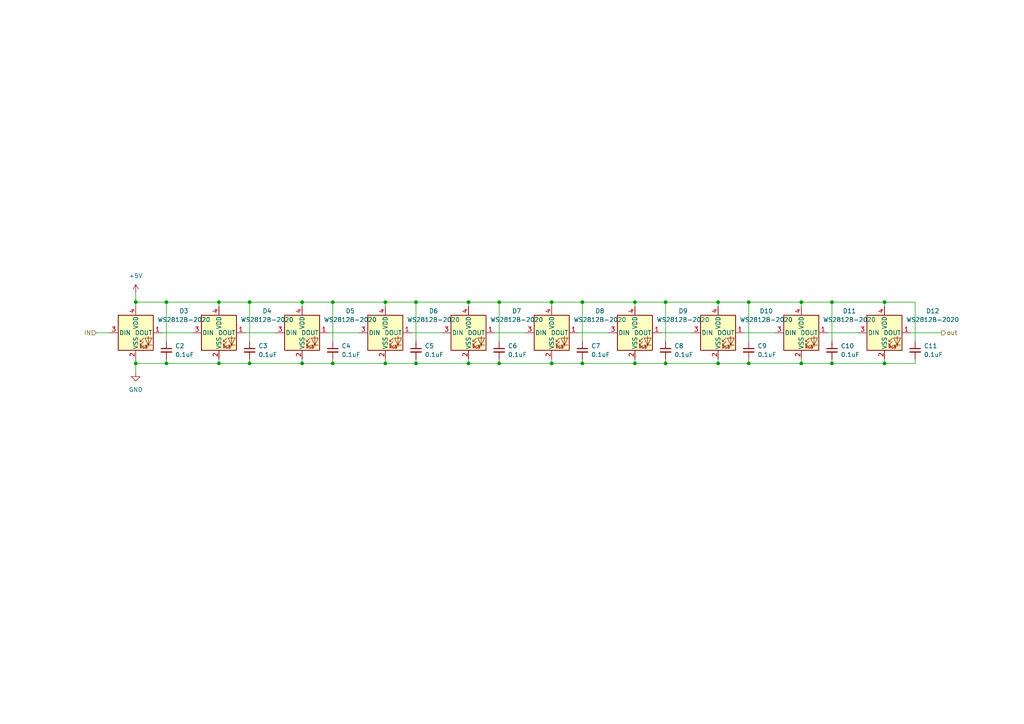
<source format=kicad_sch>
(kicad_sch (version 20231120) (generator "eeschema") (generator_version "8.0")
  (paper "A4")
  (title_block (title "SONY Speaker LED Small") (company "ProductYZ"))
  (lib_symbols
    (symbol "Device:C_Small" (pin_numbers hide) (pin_names (offset 0.254) hide)
      (property "Reference" "C" (at 0.254 1.778 0))
      (property "Value" "C_Small" (at 0.254 -2.032 0))
      (symbol "C_Small_0_1"
        (polyline (pts (xy -1.524 -0.508) (xy 1.524 -0.508)) (stroke (width 0.3302)))
        (polyline (pts (xy -1.524 0.508) (xy 1.524 0.508)) (stroke (width 0.3048)))
      )
      (symbol "C_Small_1_1"
        (pin passive line (at 0 2.54 270) (length 2.032) (name "~") (number "1"))
        (pin passive line (at 0 -2.54 90) (length 2.032) (name "~") (number "2"))
      )
    )
    (symbol "LED:WS2812B-2020" (pin_names (offset 0.254))
      (property "Reference" "D" (at 5.08 5.715 0))
      (property "Value" "WS2812B-2020" (at 1.27 -5.715 0))
      (symbol "WS2812B-2020_0_0"
        (text "RGB" (at 2.286 -4.191 0) (effects (font (size 0.762 0.762))))
      )
      (symbol "WS2812B-2020_0_1"
        (polyline (pts (xy 1.27 -3.556) (xy 1.778 -3.556)))
        (polyline (pts (xy 1.27 -2.54) (xy 1.778 -2.54)))
        (polyline (pts (xy 4.699 -3.556) (xy 2.667 -3.556)))
        (polyline (pts (xy 2.286 -2.54) (xy 1.27 -3.556) (xy 1.27 -3.048)))
        (polyline (pts (xy 2.286 -1.524) (xy 1.27 -2.54) (xy 1.27 -2.032)))
        (polyline (pts (xy 3.683 -1.016) (xy 3.683 -3.556) (xy 3.683 -4.064)))
        (polyline (pts (xy 4.699 -1.524) (xy 2.667 -1.524) (xy 3.683 -3.556) (xy 4.699 -1.524)))
        (rectangle (start 5.08 5.08) (end -5.08 -5.08) (stroke (width 0.254)) (fill (type background)))
      )
      (symbol "WS2812B-2020_1_1"
        (pin output line (at 7.62 0 180) (length 2.54) (name "DOUT") (number "1"))
        (pin power_in line (at 0 -7.62 90) (length 2.54) (name "VSS") (number "2"))
        (pin input line (at -7.62 0 0) (length 2.54) (name "DIN") (number "3"))
        (pin power_in line (at 0 7.62 270) (length 2.54) (name "VDD") (number "4"))
      )
    )
    (symbol "power:+5V" (power) (pin_numbers hide) (pin_names (offset 0) hide)
      (property "Value" "+5V" (at 0 3.556 0))
      (symbol "+5V_0_1"
        (polyline (pts (xy -0.762 1.27) (xy 0 2.54)))
        (polyline (pts (xy 0 0) (xy 0 2.54)))
        (polyline (pts (xy 0 2.54) (xy 0.762 1.27)))
      )
      (symbol "+5V_1_1"
        (pin power_in line (at 0 0 90) (length 0) (name "~") (number "1"))
      )
    )
    (symbol "power:GND" (power) (pin_numbers hide) (pin_names (offset 0) hide)
      (property "Value" "GND" (at 0 -3.81 0))
      (symbol "GND_0_1"
        (polyline (pts (xy 0 0) (xy 0 -1.27) (xy 1.27 -1.27) (xy 0 -2.54) (xy -1.27 -1.27) (xy 0 -1.27)))
      )
      (symbol "GND_1_1"
        (pin power_in line (at 0 0 270) (length 0) (name "~") (number "1"))
      )
    )
  )
  (junction (at 96.52 87.63))
  (junction (at 256.54 87.63))
  (junction (at 111.76 105.41))
  (junction (at 96.52 105.41))
  (junction (at 144.78 105.41))
  (junction (at 39.37 105.41))
  (junction (at 63.5 87.63))
  (junction (at 232.41 105.41))
  (junction (at 39.37 87.63))
  (junction (at 144.78 87.63))
  (junction (at 208.28 105.41))
  (junction (at 184.15 105.41))
  (junction (at 63.5 105.41))
  (junction (at 241.3 105.41))
  (junction (at 193.04 105.41))
  (junction (at 193.04 87.63))
  (junction (at 217.17 105.41))
  (junction (at 135.89 87.63))
  (junction (at 87.63 87.63))
  (junction (at 241.3 87.63))
  (junction (at 135.89 105.41))
  (junction (at 160.02 105.41))
  (junction (at 256.54 105.41))
  (junction (at 48.26 87.63))
  (junction (at 111.76 87.63))
  (junction (at 72.39 105.41))
  (junction (at 168.91 87.63))
  (junction (at 120.65 87.63))
  (junction (at 160.02 87.63))
  (junction (at 120.65 105.41))
  (junction (at 232.41 87.63))
  (junction (at 208.28 87.63))
  (junction (at 168.91 105.41))
  (junction (at 48.26 105.41))
  (junction (at 217.17 87.63))
  (junction (at 87.63 105.41))
  (junction (at 184.15 87.63))
  (junction (at 72.39 87.63))
  (wire (pts (xy 143.51 96.52) (xy 152.4 96.52)))
  (wire (pts (xy 193.04 105.41) (xy 208.28 105.41)))
  (wire (pts (xy 256.54 88.9) (xy 256.54 87.63)))
  (wire (pts (xy 184.15 105.41) (xy 193.04 105.41)))
  (wire (pts (xy 39.37 88.9) (xy 39.37 87.63)))
  (wire (pts (xy 215.9 96.52) (xy 224.79 96.52)))
  (wire (pts (xy 135.89 88.9) (xy 135.89 87.63)))
  (wire (pts (xy 72.39 105.41) (xy 72.39 104.14)))
  (wire (pts (xy 232.41 87.63) (xy 241.3 87.63)))
  (wire (pts (xy 87.63 105.41) (xy 96.52 105.41)))
  (wire (pts (xy 39.37 104.14) (xy 39.37 105.41)))
  (wire (pts (xy 39.37 105.41) (xy 48.26 105.41)))
  (wire (pts (xy 217.17 105.41) (xy 232.41 105.41)))
  (wire (pts (xy 168.91 87.63) (xy 184.15 87.63)))
  (wire (pts (xy 256.54 105.41) (xy 265.43 105.41)))
  (wire (pts (xy 135.89 104.14) (xy 135.89 105.41)))
  (wire (pts (xy 135.89 105.41) (xy 144.78 105.41)))
  (wire (pts (xy 232.41 88.9) (xy 232.41 87.63)))
  (wire (pts (xy 241.3 105.41) (xy 241.3 104.14)))
  (wire (pts (xy 265.43 87.63) (xy 265.43 99.06)))
  (wire (pts (xy 120.65 87.63) (xy 120.65 99.06)))
  (wire (pts (xy 95.25 96.52) (xy 104.14 96.52)))
  (wire (pts (xy 217.17 87.63) (xy 217.17 99.06)))
  (wire (pts (xy 144.78 87.63) (xy 160.02 87.63)))
  (wire (pts (xy 63.5 87.63) (xy 72.39 87.63)))
  (wire (pts (xy 48.26 87.63) (xy 48.26 99.06)))
  (wire (pts (xy 232.41 105.41) (xy 241.3 105.41)))
  (wire (pts (xy 241.3 87.63) (xy 256.54 87.63)))
  (wire (pts (xy 39.37 105.41) (xy 39.37 107.95)))
  (wire (pts (xy 87.63 87.63) (xy 96.52 87.63)))
  (wire (pts (xy 111.76 88.9) (xy 111.76 87.63)))
  (wire (pts (xy 72.39 87.63) (xy 87.63 87.63)))
  (wire (pts (xy 111.76 104.14) (xy 111.76 105.41)))
  (wire (pts (xy 160.02 105.41) (xy 168.91 105.41)))
  (wire (pts (xy 256.54 104.14) (xy 256.54 105.41)))
  (wire (pts (xy 184.15 104.14) (xy 184.15 105.41)))
  (wire (pts (xy 63.5 104.14) (xy 63.5 105.41)))
  (wire (pts (xy 72.39 87.63) (xy 72.39 99.06)))
  (wire (pts (xy 48.26 87.63) (xy 63.5 87.63)))
  (wire (pts (xy 264.16 96.52) (xy 273.05 96.52)))
  (wire (pts (xy 265.43 105.41) (xy 265.43 104.14)))
  (wire (pts (xy 160.02 88.9) (xy 160.02 87.63)))
  (wire (pts (xy 241.3 87.63) (xy 241.3 99.06)))
  (wire (pts (xy 208.28 105.41) (xy 217.17 105.41)))
  (wire (pts (xy 208.28 88.9) (xy 208.28 87.63)))
  (wire (pts (xy 120.65 105.41) (xy 120.65 104.14)))
  (wire (pts (xy 96.52 105.41) (xy 96.52 104.14)))
  (wire (pts (xy 160.02 87.63) (xy 168.91 87.63)))
  (wire (pts (xy 120.65 87.63) (xy 135.89 87.63)))
  (wire (pts (xy 46.99 96.52) (xy 55.88 96.52)))
  (wire (pts (xy 208.28 104.14) (xy 208.28 105.41)))
  (wire (pts (xy 96.52 87.63) (xy 111.76 87.63)))
  (wire (pts (xy 256.54 87.63) (xy 265.43 87.63)))
  (wire (pts (xy 144.78 105.41) (xy 160.02 105.41)))
  (wire (pts (xy 144.78 105.41) (xy 144.78 104.14)))
  (wire (pts (xy 193.04 87.63) (xy 193.04 99.06)))
  (wire (pts (xy 168.91 105.41) (xy 168.91 104.14)))
  (wire (pts (xy 135.89 87.63) (xy 144.78 87.63)))
  (wire (pts (xy 72.39 105.41) (xy 87.63 105.41)))
  (wire (pts (xy 87.63 104.14) (xy 87.63 105.41)))
  (wire (pts (xy 120.65 105.41) (xy 135.89 105.41)))
  (wire (pts (xy 168.91 87.63) (xy 168.91 99.06)))
  (wire (pts (xy 193.04 87.63) (xy 208.28 87.63)))
  (wire (pts (xy 71.12 96.52) (xy 80.01 96.52)))
  (wire (pts (xy 96.52 87.63) (xy 96.52 99.06)))
  (wire (pts (xy 167.64 96.52) (xy 176.53 96.52)))
  (wire (pts (xy 48.26 105.41) (xy 48.26 104.14)))
  (wire (pts (xy 144.78 87.63) (xy 144.78 99.06)))
  (wire (pts (xy 193.04 105.41) (xy 193.04 104.14)))
  (wire (pts (xy 27.94 96.52) (xy 31.75 96.52)))
  (wire (pts (xy 191.77 96.52) (xy 200.66 96.52)))
  (wire (pts (xy 217.17 105.41) (xy 217.17 104.14)))
  (wire (pts (xy 217.17 87.63) (xy 232.41 87.63)))
  (wire (pts (xy 48.26 105.41) (xy 63.5 105.41)))
  (wire (pts (xy 111.76 105.41) (xy 120.65 105.41)))
  (wire (pts (xy 240.03 96.52) (xy 248.92 96.52)))
  (wire (pts (xy 119.38 96.52) (xy 128.27 96.52)))
  (wire (pts (xy 208.28 87.63) (xy 217.17 87.63)))
  (wire (pts (xy 168.91 105.41) (xy 184.15 105.41)))
  (wire (pts (xy 111.76 87.63) (xy 120.65 87.63)))
  (wire (pts (xy 39.37 87.63) (xy 48.26 87.63)))
  (wire (pts (xy 63.5 105.41) (xy 72.39 105.41)))
  (wire (pts (xy 39.37 85.09) (xy 39.37 87.63)))
  (wire (pts (xy 63.5 88.9) (xy 63.5 87.63)))
  (wire (pts (xy 241.3 105.41) (xy 256.54 105.41)))
  (wire (pts (xy 160.02 104.14) (xy 160.02 105.41)))
  (wire (pts (xy 232.41 104.14) (xy 232.41 105.41)))
  (wire (pts (xy 96.52 105.41) (xy 111.76 105.41)))
  (wire (pts (xy 87.63 88.9) (xy 87.63 87.63)))
  (wire (pts (xy 184.15 88.9) (xy 184.15 87.63)))
  (wire (pts (xy 184.15 87.63) (xy 193.04 87.63)))
  (hierarchical_label "out" (shape output) (at 273.05 96.52 0))
  (hierarchical_label "IN" (shape input) (at 27.94 96.52 180))
  (symbol (lib_id "LED:WS2812B-2020") (at 111.76 96.52 0) (unit 1)
    (property "Reference" "D6" (at 125.73 90.2014 0))
    (property "Value" "WS2812B-2020" (at 125.73 92.7414 0))
    (property "Footprint" "LED_SMD:LED_WS2812B-2020_PLCC4_2.0x2.0mm" (effects (hide yes)))
    (property "Datasheet" "https://cdn-shop.adafruit.com/product-files/4684/4684_WS2812B-2020_V1.3_EN.pdf" (effects (hide yes)))
    (property "Description" "RGB LED with integrated controller, 2.0 x 2.0 mm, 12 mA" (effects (hide yes)))
    (instances (project "" (path "" (reference "D6") (unit 1))) (project "kicad_SONY_Speaker_LED" (path "" (reference "D4") (unit 1))))
  )
  (symbol (lib_id "LED:WS2812B-2020") (at 232.41 96.52 0) (unit 1)
    (property "Reference" "D11" (at 246.38 90.2014 0))
    (property "Value" "WS2812B-2020" (at 246.38 92.7414 0))
    (property "Footprint" "LED_SMD:LED_WS2812B-2020_PLCC4_2.0x2.0mm" (effects (hide yes)))
    (property "Datasheet" "https://cdn-shop.adafruit.com/product-files/4684/4684_WS2812B-2020_V1.3_EN.pdf" (effects (hide yes)))
    (property "Description" "RGB LED with integrated controller, 2.0 x 2.0 mm, 12 mA" (effects (hide yes)))
    (instances (project "" (path "" (reference "D11") (unit 1))) (project "kicad_SONY_Speaker_LED" (path "" (reference "D9") (unit 1))))
  )
  (symbol (lib_id "LED:WS2812B-2020") (at 256.54 96.52 0) (unit 1)
    (property "Reference" "D12" (at 270.51 90.2014 0))
    (property "Value" "WS2812B-2020" (at 270.51 92.7414 0))
    (property "Footprint" "LED_SMD:LED_WS2812B-2020_PLCC4_2.0x2.0mm" (effects (hide yes)))
    (property "Datasheet" "https://cdn-shop.adafruit.com/product-files/4684/4684_WS2812B-2020_V1.3_EN.pdf" (effects (hide yes)))
    (property "Description" "RGB LED with integrated controller, 2.0 x 2.0 mm, 12 mA" (effects (hide yes)))
    (instances (project "" (path "" (reference "D12") (unit 1))) (project "kicad_SONY_Speaker_LED" (path "" (reference "D10") (unit 1))))
  )
  (symbol (lib_id "LED:WS2812B-2020") (at 87.63 96.52 0) (unit 1)
    (property "Reference" "D5" (at 101.6 90.2014 0))
    (property "Value" "WS2812B-2020" (at 101.6 92.7414 0))
    (property "Footprint" "LED_SMD:LED_WS2812B-2020_PLCC4_2.0x2.0mm" (effects (hide yes)))
    (property "Datasheet" "https://cdn-shop.adafruit.com/product-files/4684/4684_WS2812B-2020_V1.3_EN.pdf" (effects (hide yes)))
    (property "Description" "RGB LED with integrated controller, 2.0 x 2.0 mm, 12 mA" (effects (hide yes)))
    (instances (project "" (path "" (reference "D5") (unit 1))) (project "kicad_SONY_Speaker_LED" (path "" (reference "D3") (unit 1))))
  )
  (symbol (lib_id "Device:C_Small") (at 96.52 101.6 0) (unit 1)
    (property "Reference" "C4" (at 99.06 100.3362 0) (effects (justify left)))
    (property "Value" "0.1uF" (at 99.06 102.8762 0) (effects (justify left)))
    (property "Description" "Unpolarized capacitor, small symbol" (effects (hide yes)))
    (instances (project "" (path "" (reference "C4") (unit 1))) (project "kicad_SONY_Speaker_LED" (path "" (reference "C3") (unit 1))))
  )
  (symbol (lib_id "Device:C_Small") (at 72.39 101.6 0) (unit 1)
    (property "Reference" "C3" (at 74.93 100.3362 0) (effects (justify left)))
    (property "Value" "0.1uF" (at 74.93 102.8762 0) (effects (justify left)))
    (property "Description" "Unpolarized capacitor, small symbol" (effects (hide yes)))
    (instances (project "" (path "" (reference "C3") (unit 1))) (project "kicad_SONY_Speaker_LED" (path "" (reference "C2") (unit 1))))
  )
  (symbol (lib_id "LED:WS2812B-2020") (at 208.28 96.52 0) (unit 1)
    (property "Reference" "D10" (at 222.25 90.2014 0))
    (property "Value" "WS2812B-2020" (at 222.25 92.7414 0))
    (property "Footprint" "LED_SMD:LED_WS2812B-2020_PLCC4_2.0x2.0mm" (effects (hide yes)))
    (property "Datasheet" "https://cdn-shop.adafruit.com/product-files/4684/4684_WS2812B-2020_V1.3_EN.pdf" (effects (hide yes)))
    (property "Description" "RGB LED with integrated controller, 2.0 x 2.0 mm, 12 mA" (effects (hide yes)))
    (instances (project "" (path "" (reference "D10") (unit 1))) (project "kicad_SONY_Speaker_LED" (path "" (reference "D8") (unit 1))))
  )
  (symbol (lib_id "Device:C_Small") (at 217.17 101.6 0) (unit 1)
    (property "Reference" "C9" (at 219.71 100.3362 0) (effects (justify left)))
    (property "Value" "0.1uF" (at 219.71 102.8762 0) (effects (justify left)))
    (property "Description" "Unpolarized capacitor, small symbol" (effects (hide yes)))
    (instances (project "" (path "" (reference "C9") (unit 1))) (project "kicad_SONY_Speaker_LED" (path "" (reference "C8") (unit 1))))
  )
  (symbol (lib_id "LED:WS2812B-2020") (at 63.5 96.52 0) (unit 1)
    (property "Reference" "D4" (at 77.47 90.2014 0))
    (property "Value" "WS2812B-2020" (at 77.47 92.7414 0))
    (property "Footprint" "LED_SMD:LED_WS2812B-2020_PLCC4_2.0x2.0mm" (effects (hide yes)))
    (property "Datasheet" "https://cdn-shop.adafruit.com/product-files/4684/4684_WS2812B-2020_V1.3_EN.pdf" (effects (hide yes)))
    (property "Description" "RGB LED with integrated controller, 2.0 x 2.0 mm, 12 mA" (effects (hide yes)))
    (instances (project "" (path "" (reference "D4") (unit 1))) (project "kicad_SONY_Speaker_LED" (path "" (reference "D2") (unit 1))))
  )
  (symbol (lib_id "Device:C_Small") (at 144.78 101.6 0) (unit 1)
    (property "Reference" "C6" (at 147.32 100.3362 0) (effects (justify left)))
    (property "Value" "0.1uF" (at 147.32 102.8762 0) (effects (justify left)))
    (property "Description" "Unpolarized capacitor, small symbol" (effects (hide yes)))
    (instances (project "" (path "" (reference "C6") (unit 1))) (project "kicad_SONY_Speaker_LED" (path "" (reference "C5") (unit 1))))
  )
  (symbol (lib_id "Device:C_Small") (at 241.3 101.6 0) (unit 1)
    (property "Reference" "C10" (at 243.84 100.3362 0) (effects (justify left)))
    (property "Value" "0.1uF" (at 243.84 102.8762 0) (effects (justify left)))
    (property "Description" "Unpolarized capacitor, small symbol" (effects (hide yes)))
    (instances (project "" (path "" (reference "C10") (unit 1))) (project "kicad_SONY_Speaker_LED" (path "" (reference "C9") (unit 1))))
  )
  (symbol (lib_id "Device:C_Small") (at 48.26 101.6 0) (unit 1)
    (property "Reference" "C2" (at 50.8 100.3362 0) (effects (justify left)))
    (property "Value" "0.1uF" (at 50.8 102.8762 0) (effects (justify left)))
    (property "Description" "Unpolarized capacitor, small symbol" (effects (hide yes)))
    (instances (project "" (path "" (reference "C2") (unit 1))) (project "kicad_SONY_Speaker_LED" (path "" (reference "C1") (unit 1))))
  )
  (symbol (lib_id "LED:WS2812B-2020") (at 39.37 96.52 0) (unit 1)
    (property "Reference" "D3" (at 53.34 90.2014 0))
    (property "Value" "WS2812B-2020" (at 53.34 92.7414 0))
    (property "Footprint" "LED_SMD:LED_WS2812B-2020_PLCC4_2.0x2.0mm" (effects (hide yes)))
    (property "Datasheet" "https://cdn-shop.adafruit.com/product-files/4684/4684_WS2812B-2020_V1.3_EN.pdf" (effects (hide yes)))
    (property "Description" "RGB LED with integrated controller, 2.0 x 2.0 mm, 12 mA" (effects (hide yes)))
    (instances (project "" (path "" (reference "D3") (unit 1))) (project "kicad_SONY_Speaker_LED" (path "" (reference "D1") (unit 1))))
  )
  (symbol (lib_id "Device:C_Small") (at 120.65 101.6 0) (unit 1)
    (property "Reference" "C5" (at 123.19 100.3362 0) (effects (justify left)))
    (property "Value" "0.1uF" (at 123.19 102.8762 0) (effects (justify left)))
    (property "Description" "Unpolarized capacitor, small symbol" (effects (hide yes)))
    (instances (project "" (path "" (reference "C5") (unit 1))) (project "kicad_SONY_Speaker_LED" (path "" (reference "C4") (unit 1))))
  )
  (symbol (lib_id "Device:C_Small") (at 265.43 101.6 0) (unit 1)
    (property "Reference" "C11" (at 267.97 100.3362 0) (effects (justify left)))
    (property "Value" "0.1uF" (at 267.97 102.8762 0) (effects (justify left)))
    (property "Description" "Unpolarized capacitor, small symbol" (effects (hide yes)))
    (instances (project "" (path "" (reference "C11") (unit 1))) (project "kicad_SONY_Speaker_LED" (path "" (reference "C10") (unit 1))))
  )
  (symbol (lib_id "power:GND") (at 39.37 107.95 0) (unit 1)
    (property "Reference" "#PWR012" (effects (hide yes)))
    (property "Value" "GND" (at 39.37 113.03 0))
    (property "Description" "Power symbol creates a global label with name \"GND\" , ground" (effects (hide yes)))
    (instances (project "" (path "" (reference "#PWR012") (unit 1))) (project "kicad_SONY_Speaker_LED" (path "" (reference "#PWR02") (unit 1))))
  )
  (symbol (lib_id "power:+5V") (at 39.37 85.09 0) (unit 1)
    (property "Reference" "#PWR011" (effects (hide yes)))
    (property "Value" "+5V" (at 39.37 80.01 0))
    (property "Description" "Power symbol creates a global label with name \"+5V\"" (effects (hide yes)))
    (instances (project "" (path "" (reference "#PWR011") (unit 1))) (project "kicad_SONY_Speaker_LED" (path "" (reference "#PWR01") (unit 1))))
  )
  (symbol (lib_id "Device:C_Small") (at 193.04 101.6 0) (unit 1)
    (property "Reference" "C8" (at 195.58 100.3362 0) (effects (justify left)))
    (property "Value" "0.1uF" (at 195.58 102.8762 0) (effects (justify left)))
    (property "Description" "Unpolarized capacitor, small symbol" (effects (hide yes)))
    (instances (project "" (path "" (reference "C8") (unit 1))) (project "kicad_SONY_Speaker_LED" (path "" (reference "C7") (unit 1))))
  )
  (symbol (lib_id "LED:WS2812B-2020") (at 184.15 96.52 0) (unit 1)
    (property "Reference" "D9" (at 198.12 90.2014 0))
    (property "Value" "WS2812B-2020" (at 198.12 92.7414 0))
    (property "Footprint" "LED_SMD:LED_WS2812B-2020_PLCC4_2.0x2.0mm" (effects (hide yes)))
    (property "Datasheet" "https://cdn-shop.adafruit.com/product-files/4684/4684_WS2812B-2020_V1.3_EN.pdf" (effects (hide yes)))
    (property "Description" "RGB LED with integrated controller, 2.0 x 2.0 mm, 12 mA" (effects (hide yes)))
    (instances (project "" (path "" (reference "D9") (unit 1))) (project "kicad_SONY_Speaker_LED" (path "" (reference "D7") (unit 1))))
  )
  (symbol (lib_id "Device:C_Small") (at 168.91 101.6 0) (unit 1)
    (property "Reference" "C7" (at 171.45 100.3362 0) (effects (justify left)))
    (property "Value" "0.1uF" (at 171.45 102.8762 0) (effects (justify left)))
    (property "Description" "Unpolarized capacitor, small symbol" (effects (hide yes)))
    (instances (project "" (path "" (reference "C7") (unit 1))) (project "kicad_SONY_Speaker_LED" (path "" (reference "C6") (unit 1))))
  )
  (symbol (lib_id "LED:WS2812B-2020") (at 160.02 96.52 0) (unit 1)
    (property "Reference" "D8" (at 173.99 90.2014 0))
    (property "Value" "WS2812B-2020" (at 173.99 92.7414 0))
    (property "Footprint" "LED_SMD:LED_WS2812B-2020_PLCC4_2.0x2.0mm" (effects (hide yes)))
    (property "Datasheet" "https://cdn-shop.adafruit.com/product-files/4684/4684_WS2812B-2020_V1.3_EN.pdf" (effects (hide yes)))
    (property "Description" "RGB LED with integrated controller, 2.0 x 2.0 mm, 12 mA" (effects (hide yes)))
    (instances (project "" (path "" (reference "D8") (unit 1))) (project "kicad_SONY_Speaker_LED" (path "" (reference "D6") (unit 1))))
  )
  (symbol (lib_id "LED:WS2812B-2020") (at 135.89 96.52 0) (unit 1)
    (property "Reference" "D7" (at 149.86 90.2014 0))
    (property "Value" "WS2812B-2020" (at 149.86 92.7414 0))
    (property "Footprint" "LED_SMD:LED_WS2812B-2020_PLCC4_2.0x2.0mm" (effects (hide yes)))
    (property "Datasheet" "https://cdn-shop.adafruit.com/product-files/4684/4684_WS2812B-2020_V1.3_EN.pdf" (effects (hide yes)))
    (property "Description" "RGB LED with integrated controller, 2.0 x 2.0 mm, 12 mA" (effects (hide yes)))
    (instances (project "" (path "" (reference "D7") (unit 1))) (project "kicad_SONY_Speaker_LED" (path "" (reference "D5") (unit 1))))
  )
)
</source>
